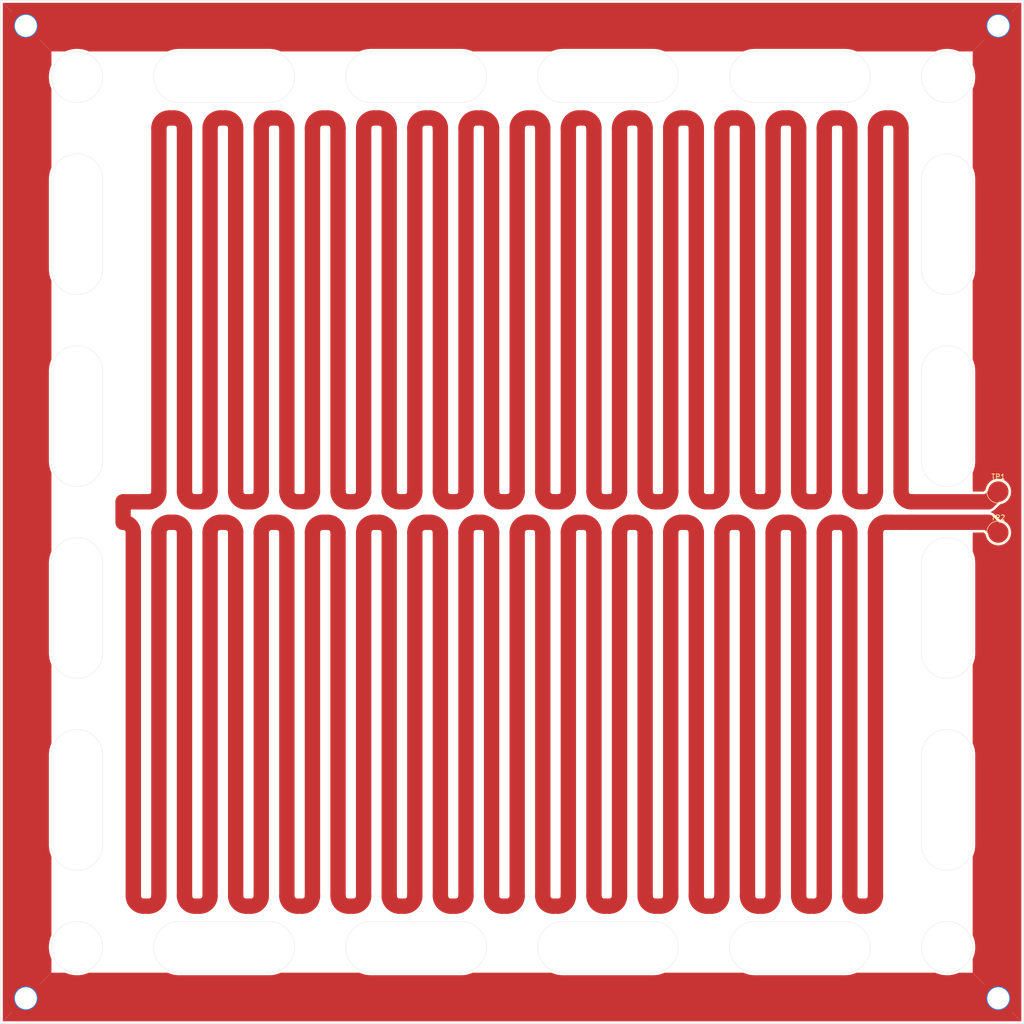
<source format=kicad_pcb>
(kicad_pcb (version 20241229) (generator "pcbnew") (generator_version "9.0")
  (layers (0 "F.Cu" signal) (2 "B.Cu" signal) (13 "F.Paste" user) (15 "B.Paste" user) (5 "F.SilkS" user "F.Silkscreen") (7 "B.SilkS" user "B.Silkscreen") (1 "F.Mask" user) (3 "B.Mask" user) (25 "Edge.Cuts" user))
  (net 0 "")
  (net 1 "+20V")
  (footprint "MountingHole:MountingHole_4.3mm_M4_DIN965_Pad_TopOnly" (layer "F.Cu") (at 295 235)
    (property "Reference" "REF**" (hide yes))
    (property "Value" "MountingHole_4.3mm_M4_DIN965_Pad_TopOnly" (hide yes))
    (pad "1" thru_hole circle (at 0 0) (size 4.7 4.7) (drill 4.3) (layers "*.Cu" "*.Mask"))
    (pad "1" connect circle (at 0 0) (size 7.5 7.5) (layers "F.Cu" "F.Mask"))
  )
  (footprint "MountingHole:MountingHole_4.3mm_M4_DIN965_Pad_TopOnly" (layer "F.Cu") (at 105 45)
    (property "Reference" "REF**" (hide yes))
    (property "Value" "MountingHole_4.3mm_M4_DIN965_Pad_TopOnly" (hide yes))
    (pad "1" thru_hole circle (at 0 0) (size 4.7 4.7) (drill 4.3) (layers "*.Cu" "*.Mask"))
    (pad "1" connect circle (at 0 0) (size 7.5 7.5) (layers "F.Cu" "F.Mask"))
  )
  (footprint "MountingHole:MountingHole_4.3mm_M4_DIN965_Pad_TopOnly" (layer "F.Cu") (at 295 45)
    (property "Reference" "REF**" (hide yes))
    (property "Value" "MountingHole_4.3mm_M4_DIN965_Pad_TopOnly" (hide yes))
    (pad "1" thru_hole circle (at 0 0) (size 4.7 4.7) (drill 4.3) (layers "*.Cu" "*.Mask"))
    (pad "1" connect circle (at 0 0) (size 7.5 7.5) (layers "F.Cu" "F.Mask"))
  )
  (footprint "TestPoint:TestPoint_Pad_D4.0mm" (layer "F.Cu") (at 295 136)
    (property "Reference" "TP1" (at 0 -2.898 0) (layer "F.SilkS"))
    (property "Value" "TestPoint")
    (fp_circle (center 0 0) (end 0 2.25) (stroke (width 0.12)) (fill no) (layer "F.SilkS"))
    (pad "1" smd circle (at 0 0) (size 4 4) (layers "F.Cu" "F.Mask") (net 1 "+20V"))
  )
  (footprint "TestPoint:TestPoint_Pad_D4.0mm" (layer "F.Cu") (at 295 144)
    (property "Reference" "TP2" (at 0 -2.898 0) (layer "F.SilkS"))
    (property "Value" "TestPoint")
    (fp_circle (center 0 0) (end 0 2.25) (stroke (width 0.12)) (fill no) (layer "F.SilkS"))
    (pad "1" smd circle (at 0 0) (size 4 4) (layers "F.Cu" "F.Mask") (net 1 "+20V"))
  )
  (footprint "MountingHole:MountingHole_4.3mm_M4_DIN965_Pad_TopOnly" (layer "F.Cu") (at 105 235)
    (property "Reference" "REF**" (hide yes))
    (property "Value" "MountingHole_4.3mm_M4_DIN965_Pad_TopOnly" (hide yes))
    (pad "1" thru_hole circle (at 0 0) (size 4.7 4.7) (drill 4.3) (layers "*.Cu" "*.Mask"))
    (pad "1" connect circle (at 0 0) (size 7.5 7.5) (layers "F.Cu" "F.Mask"))
  )
  (gr_line (start 247.5 230) (end 265 230) (stroke (width 0.05)) (layer "Edge.Cuts"))
  (gr_arc (start 190 50) (mid 195 55) (end 190 60) (stroke (width 0.05)) (layer "Edge.Cuts"))
  (gr_arc (start 152.5 50) (mid 157.5 55) (end 152.5 60) (stroke (width 0.05)) (layer "Edge.Cuts"))
  (gr_arc (start 152.5 220) (mid 157.5 225) (end 152.5 230) (stroke (width 0.05)) (layer "Edge.Cuts"))
  (gr_line (start 280 205) (end 280 187.5) (stroke (width 0.05)) (layer "Edge.Cuts"))
  (gr_line (start 120 75) (end 120 92.5) (stroke (width 0.05)) (layer "Edge.Cuts"))
  (gr_arc (start 210 60) (mid 205 55) (end 210 50) (stroke (width 0.05)) (layer "Edge.Cuts"))
  (gr_line (start 120 187.5) (end 120 205) (stroke (width 0.05)) (layer "Edge.Cuts"))
  (gr_line (start 190 50) (end 172.5 50) (stroke (width 0.05)) (layer "Edge.Cuts"))
  (gr_arc (start 280 112.5) (mid 285 107.5) (end 290 112.5) (stroke (width 0.05)) (layer "Edge.Cuts"))
  (gr_arc (start 227.5 50) (mid 232.5 55) (end 227.5 60) (stroke (width 0.05)) (layer "Edge.Cuts"))
  (gr_arc (start 120 167.5) (mid 115 172.5) (end 110 167.5) (stroke (width 0.05)) (layer "Edge.Cuts"))
  (gr_arc (start 120 92.5) (mid 115 97.5) (end 110 92.5) (stroke (width 0.05)) (layer "Edge.Cuts"))
  (gr_arc (start 265 50) (mid 270 55) (end 265 60) (stroke (width 0.05)) (layer "Edge.Cuts"))
  (gr_line (start 280 130) (end 280 112.5) (stroke (width 0.05)) (layer "Edge.Cuts"))
  (gr_arc (start 227.5 220) (mid 232.5 225) (end 227.5 230) (stroke (width 0.05)) (layer "Edge.Cuts"))
  (gr_arc (start 172.5 60) (mid 167.5 55) (end 172.5 50) (stroke (width 0.05)) (layer "Edge.Cuts"))
  (gr_arc (start 265 220) (mid 270 225) (end 265 230) (stroke (width 0.05)) (layer "Edge.Cuts"))
  (gr_line (start 110 187.5) (end 110 205) (stroke (width 0.05)) (layer "Edge.Cuts"))
  (gr_line (start 290 130) (end 290 112.5) (stroke (width 0.05)) (layer "Edge.Cuts"))
  (gr_line (start 265 50) (end 247.5 50) (stroke (width 0.05)) (layer "Edge.Cuts"))
  (gr_line (start 290 92.5) (end 290 75) (stroke (width 0.05)) (layer "Edge.Cuts"))
  (gr_line (start 152.5 50) (end 135 50) (stroke (width 0.05)) (layer "Edge.Cuts"))
  (gr_line (start 190 60) (end 172.5 60) (stroke (width 0.05)) (layer "Edge.Cuts"))
  (gr_arc (start 247.5 60) (mid 242.5 55) (end 247.5 50) (stroke (width 0.05)) (layer "Edge.Cuts"))
  (gr_arc (start 290 167.5) (mid 285 172.5) (end 280 167.5) (stroke (width 0.05)) (layer "Edge.Cuts"))
  (gr_circle (center 115 225) (end 110 225) (stroke (width 0.05)) (fill no) (layer "Edge.Cuts"))
  (gr_line (start 110 150) (end 110 167.5) (stroke (width 0.05)) (layer "Edge.Cuts"))
  (gr_circle (center 115 55) (end 110 55) (stroke (width 0.05)) (fill no) (layer "Edge.Cuts"))
  (gr_line (start 227.5 60) (end 210 60) (stroke (width 0.05)) (layer "Edge.Cuts"))
  (gr_circle (center 285 225) (end 280 225) (stroke (width 0.05)) (fill no) (layer "Edge.Cuts"))
  (gr_line (start 152.5 60) (end 135 60) (stroke (width 0.05)) (layer "Edge.Cuts"))
  (gr_arc (start 172.5 230) (mid 167.5 225) (end 172.5 220) (stroke (width 0.05)) (layer "Edge.Cuts"))
  (gr_line (start 172.5 220) (end 190 220) (stroke (width 0.05)) (layer "Edge.Cuts"))
  (gr_line (start 120 150) (end 120 167.5) (stroke (width 0.05)) (layer "Edge.Cuts"))
  (gr_line (start 135 220) (end 152.5 220) (stroke (width 0.05)) (layer "Edge.Cuts"))
  (gr_line (start 247.5 220) (end 265 220) (stroke (width 0.05)) (layer "Edge.Cuts"))
  (gr_line (start 280 167.5) (end 280 150) (stroke (width 0.05)) (layer "Edge.Cuts"))
  (gr_circle (center 285 55) (end 280 55) (stroke (width 0.05)) (fill no) (layer "Edge.Cuts"))
  (gr_arc (start 280 187.5) (mid 285 182.5) (end 290 187.5) (stroke (width 0.05)) (layer "Edge.Cuts"))
  (gr_arc (start 290 92.5) (mid 285 97.5) (end 280 92.5) (stroke (width 0.05)) (layer "Edge.Cuts"))
  (gr_line (start 135 230) (end 152.5 230) (stroke (width 0.05)) (layer "Edge.Cuts"))
  (gr_arc (start 190 220) (mid 195 225) (end 190 230) (stroke (width 0.05)) (layer "Edge.Cuts"))
  (gr_line (start 265 60) (end 247.5 60) (stroke (width 0.05)) (layer "Edge.Cuts"))
  (gr_arc (start 135 60) (mid 130 55) (end 135 50) (stroke (width 0.05)) (layer "Edge.Cuts"))
  (gr_arc (start 110 187.5) (mid 115 182.5) (end 120 187.5) (stroke (width 0.05)) (layer "Edge.Cuts"))
  (gr_arc (start 110 75) (mid 115 70) (end 120 75) (stroke (width 0.05)) (layer "Edge.Cuts"))
  (gr_line (start 110 92.5) (end 110 75) (stroke (width 0.05)) (layer "Edge.Cuts"))
  (gr_arc (start 110 150) (mid 115 145) (end 120 150) (stroke (width 0.05)) (layer "Edge.Cuts"))
  (gr_line (start 227.5 50) (end 210 50) (stroke (width 0.05)) (layer "Edge.Cuts"))
  (gr_arc (start 120 205) (mid 115 210) (end 110 205) (stroke (width 0.05)) (layer "Edge.Cuts"))
  (gr_arc (start 290 130) (mid 285 135) (end 280 130) (stroke (width 0.05)) (layer "Edge.Cuts"))
  (gr_arc (start 135 230) (mid 130 225) (end 135 220) (stroke (width 0.05)) (layer "Edge.Cuts"))
  (gr_rect (start 100 40) (end 300 240) (stroke (width 0.05)) (fill no) (layer "Edge.Cuts"))
  (gr_line (start 210 230) (end 227.5 230) (stroke (width 0.05)) (layer "Edge.Cuts"))
  (gr_arc (start 290 205) (mid 285 210) (end 280 205) (stroke (width 0.05)) (layer "Edge.Cuts"))
  (gr_arc (start 280 75) (mid 285 70) (end 290 75) (stroke (width 0.05)) (layer "Edge.Cuts"))
  (gr_line (start 172.5 230) (end 190 230) (stroke (width 0.05)) (layer "Edge.Cuts"))
  (gr_line (start 290 167.5) (end 290 150) (stroke (width 0.05)) (layer "Edge.Cuts"))
  (gr_line (start 280 92.5) (end 280 75) (stroke (width 0.05)) (layer "Edge.Cuts"))
  (gr_line (start 210 220) (end 227.5 220) (stroke (width 0.05)) (layer "Edge.Cuts"))
  (gr_arc (start 280 150) (mid 285 145) (end 290 150) (stroke (width 0.05)) (layer "Edge.Cuts"))
  (gr_arc (start 120 130) (mid 115 135) (end 110 130) (stroke (width 0.05)) (layer "Edge.Cuts"))
  (gr_arc (start 210 230) (mid 205 225) (end 210 220) (stroke (width 0.05)) (layer "Edge.Cuts"))
  (gr_arc (start 247.5 230) (mid 242.5 225) (end 247.5 220) (stroke (width 0.05)) (layer "Edge.Cuts"))
  (gr_line (start 110 112.5) (end 110 130) (stroke (width 0.05)) (layer "Edge.Cuts"))
  (gr_line (start 290 205) (end 290 187.5) (stroke (width 0.05)) (layer "Edge.Cuts"))
  (gr_arc (start 110 112.5) (mid 115 107.5) (end 120 112.5) (stroke (width 0.05)) (layer "Edge.Cuts"))
  (gr_line (start 120 112.5) (end 120 130) (stroke (width 0.05)) (layer "Edge.Cuts"))
  (segment (start 208 217) (end 209 217) (width 3) (layer "F.Cu") (net 1))
  (segment (start 131 215) (end 131 144) (width 3) (layer "F.Cu") (net 1))
  (segment (start 201 65) (end 201 136) (width 3) (layer "F.Cu") (net 1))
  (segment (start 264 63) (end 263 63) (width 3) (layer "F.Cu") (net 1))
  (segment (start 139 138) (end 138 138) (width 3) (layer "F.Cu") (net 1))
  (segment (start 164 63) (end 163 63) (width 3) (layer "F.Cu") (net 1))
  (segment (start 236 144) (end 236 215) (width 3) (layer "F.Cu") (net 1))
  (segment (start 141 65) (end 141 136) (width 3) (layer "F.Cu") (net 1))
  (segment (start 226 144) (end 226 215) (width 3) (layer "F.Cu") (net 1))
  (segment (start 271 215) (end 271 144) (width 3) (layer "F.Cu") (net 1))
  (segment (start 246 144) (end 246 215) (width 3) (layer "F.Cu") (net 1))
  (segment (start 191 65) (end 191 136) (width 3) (layer "F.Cu") (net 1))
  (segment (start 256 136) (end 256 65) (width 3) (layer "F.Cu") (net 1))
  (segment (start 256 144) (end 256 215) (width 3) (layer "F.Cu") (net 1))
  (segment (start 149 138) (end 148 138) (width 3) (layer "F.Cu") (net 1))
  (segment (start 198 217) (end 199 217) (width 3) (layer "F.Cu") (net 1))
  (segment (start 216 144) (end 216 215) (width 3) (layer "F.Cu") (net 1))
  (segment (start 154 63) (end 153 63) (width 3) (layer "F.Cu") (net 1))
  (segment (start 266 136) (end 266 65) (width 3) (layer "F.Cu") (net 1))
  (segment (start 251 65) (end 251 136) (width 3) (layer "F.Cu") (net 1))
  (segment (start 268 217) (end 269 217) (width 3) (layer "F.Cu") (net 1))
  (segment (start 158 217) (end 159 217) (width 3) (layer "F.Cu") (net 1))
  (segment (start 148 217) (end 149 217) (width 3) (layer "F.Cu") (net 1))
  (segment (start 134 63) (end 133 63) (width 3) (layer "F.Cu") (net 1))
  (segment (start 128 217) (end 129 217) (width 3) (layer "F.Cu") (net 1))
  (segment (start 124 138) (end 124 142) (width 3) (layer "F.Cu") (net 1))
  (segment (start 231 215) (end 231 144) (width 3) (layer "F.Cu") (net 1))
  (segment (start 274 63) (end 273 63) (width 3) (layer "F.Cu") (net 1))
  (segment (start 129 138) (end 128 138) (width 3) (layer "F.Cu") (net 1))
  (segment (start 193 142) (end 194 142) (width 3) (layer "F.Cu") (net 1))
  (segment (start 168 217) (end 169 217) (width 3) (layer "F.Cu") (net 1))
  (segment (start 181 65) (end 181 136) (width 3) (layer "F.Cu") (net 1))
  (segment (start 295 136) (end 293 138) (width 3) (layer "F.Cu") (net 1))
  (segment (start 213 142) (end 214 142) (width 3) (layer "F.Cu") (net 1))
  (segment (start 183 142) (end 184 142) (width 3) (layer "F.Cu") (net 1))
  (segment (start 184 63) (end 183 63) (width 3) (layer "F.Cu") (net 1))
  (segment (start 214 63) (end 213 63) (width 3) (layer "F.Cu") (net 1))
  (segment (start 229 138) (end 228 138) (width 3) (layer "F.Cu") (net 1))
  (segment (start 181 215) (end 181 144) (width 3) (layer "F.Cu") (net 1))
  (segment (start 226 136) (end 226 65) (width 3) (layer "F.Cu") (net 1))
  (segment (start 206 136) (end 206 65) (width 3) (layer "F.Cu") (net 1))
  (segment (start 211 65) (end 211 136) (width 3) (layer "F.Cu") (net 1))
  (segment (start 224 63) (end 223 63) (width 3) (layer "F.Cu") (net 1))
  (segment (start 234 63) (end 233 63) (width 3) (layer "F.Cu") (net 1))
  (segment (start 293 138) (end 278 138) (width 3) (layer "F.Cu") (net 1))
  (segment (start 161 65) (end 161 136) (width 3) (layer "F.Cu") (net 1))
  (segment (start 218 217) (end 219 217) (width 3) (layer "F.Cu") (net 1))
  (segment (start 201 215) (end 201 144) (width 3) (layer "F.Cu") (net 1))
  (segment (start 136 144) (end 136 215) (width 3) (layer "F.Cu") (net 1))
  (segment (start 194 63) (end 193 63) (width 3) (layer "F.Cu") (net 1))
  (segment (start 271 65) (end 271 136) (width 3) (layer "F.Cu") (net 1))
  (segment (start 274 142) (end 278 142) (width 3) (layer "F.Cu") (net 1))
  (segment (start 169 138) (end 168 138) (width 3) (layer "F.Cu") (net 1))
  (segment (start 171 65) (end 171 136) (width 3) (layer "F.Cu") (net 1))
  (segment (start 143 142) (end 144 142) (width 3) (layer "F.Cu") (net 1))
  (segment (start 254 63) (end 253 63) (width 3) (layer "F.Cu") (net 1))
  (segment (start 238 217) (end 239 217) (width 3) (layer "F.Cu") (net 1))
  (segment (start 171 215) (end 171 144) (width 3) (layer "F.Cu") (net 1))
  (segment (start 263 142) (end 264 142) (width 3) (layer "F.Cu") (net 1))
  (segment (start 199 138) (end 198 138) (width 3) (layer "F.Cu") (net 1))
  (segment (start 131 65) (end 131 136) (width 3) (layer "F.Cu") (net 1))
  (segment (start 223 142) (end 224 142) (width 3) (layer "F.Cu") (net 1))
  (segment (start 249 138) (end 248 138) (width 3) (layer "F.Cu") (net 1))
  (segment (start 178 217) (end 179 217) (width 3) (layer "F.Cu") (net 1))
  (segment (start 151 65) (end 151 136) (width 3) (layer "F.Cu") (net 1))
  (segment (start 261 215) (end 261 144) (width 3) (layer "F.Cu") (net 1))
  (segment (start 176 136) (end 176 65) (width 3) (layer "F.Cu") (net 1))
  (segment (start 151 215) (end 151 144) (width 3) (layer "F.Cu") (net 1))
  (segment (start 163 142) (end 164 142) (width 3) (layer "F.Cu") (net 1))
  (segment (start 186 144) (end 186 215) (width 3) (layer "F.Cu") (net 1))
  (segment (start 176 144) (end 176 215) (width 3) (layer "F.Cu") (net 1))
  (segment (start 273 142) (end 274 142) (width 3) (layer "F.Cu") (net 1))
  (segment (start 203 142) (end 204 142) (width 3) (layer "F.Cu") (net 1))
  (segment (start 206 144) (end 206 215) (width 3) (layer "F.Cu") (net 1))
  (segment (start 173 142) (end 174 142) (width 3) (layer "F.Cu") (net 1))
  (segment (start 211 215) (end 211 144) (width 3) (layer "F.Cu") (net 1))
  (segment (start 236 136) (end 236 65) (width 3) (layer "F.Cu") (net 1))
  (segment (start 136 136) (end 136 65) (width 3) (layer "F.Cu") (net 1))
  (segment (start 196 144) (end 196 215) (width 3) (layer "F.Cu") (net 1))
  (segment (start 216 136) (end 216 65) (width 3) (layer "F.Cu") (net 1))
  (segment (start 161 215) (end 161 144) (width 3) (layer "F.Cu") (net 1))
  (segment (start 233 142) (end 234 142) (width 3) (layer "F.Cu") (net 1))
  (segment (start 144 63) (end 143 63) (width 3) (layer "F.Cu") (net 1))
  (segment (start 138 217) (end 139 217) (width 3) (layer "F.Cu") (net 1))
  (segment (start 244 63) (end 243 63) (width 3) (layer "F.Cu") (net 1))
  (segment (start 174 63) (end 173 63) (width 3) (layer "F.Cu") (net 1))
  (segment (start 128 138) (end 124 138) (width 3) (layer "F.Cu") (net 1))
  (segment (start 179 138) (end 178 138) (width 3) (layer "F.Cu") (net 1))
  (segment (start 204 63) (end 203 63) (width 3) (layer "F.Cu") (net 1))
  (segment (start 189 138) (end 188 138) (width 3) (layer "F.Cu") (net 1))
  (segment (start 188 217) (end 189 217) (width 3) (layer "F.Cu") (net 1))
  (segment (start 196 136) (end 196 65) (width 3) (layer "F.Cu") (net 1))
  (segment (start 293 142) (end 295 144) (width 3) (layer "F.Cu") (net 1))
  (segment (start 156 144) (end 156 215) (width 3) (layer "F.Cu") (net 1))
  (segment (start 243 142) (end 244 142) (width 3) (layer "F.Cu") (net 1))
  (segment (start 248 217) (end 249 217) (width 3) (layer "F.Cu") (net 1))
  (segment (start 276 136) (end 276 65) (width 3) (layer "F.Cu") (net 1))
  (segment (start 133 142) (end 134 142) (width 3) (layer "F.Cu") (net 1))
  (segment (start 166 136) (end 166 65) (width 3) (layer "F.Cu") (net 1))
  (segment (start 266 144) (end 266 215) (width 3) (layer "F.Cu") (net 1))
  (segment (start 186 136) (end 186 65) (width 3) (layer "F.Cu") (net 1))
  (segment (start 156 136) (end 156 65) (width 3) (layer "F.Cu") (net 1))
  (segment (start 159 138) (end 158 138) (width 3) (layer "F.Cu") (net 1))
  (segment (start 166 144) (end 166 215) (width 3) (layer "F.Cu") (net 1))
  (segment (start 221 65) (end 221 136) (width 3) (layer "F.Cu") (net 1))
  (segment (start 239 138) (end 238 138) (width 3) (layer "F.Cu") (net 1))
  (segment (start 146 136) (end 146 65) (width 3) (layer "F.Cu") (net 1))
  (segment (start 228 217) (end 229 217) (width 3) (layer "F.Cu") (net 1))
  (segment (start 258 217) (end 259 217) (width 3) (layer "F.Cu") (net 1))
  (segment (start 251 215) (end 251 144) (width 3) (layer "F.Cu") (net 1))
  (segment (start 241 65) (end 241 136) (width 3) (layer "F.Cu") (net 1))
  (segment (start 221 215) (end 221 144) (width 3) (layer "F.Cu") (net 1))
  (segment (start 259 138) (end 258 138) (width 3) (layer "F.Cu") (net 1))
  (segment (start 231 65) (end 231 136) (width 3) (layer "F.Cu") (net 1))
  (segment (start 141 215) (end 141 144) (width 3) (layer "F.Cu") (net 1))
  (segment (start 253 142) (end 254 142) (width 3) (layer "F.Cu") (net 1))
  (segment (start 219 138) (end 218 138) (width 3) (layer "F.Cu") (net 1))
  (segment (start 146 144) (end 146 215) (width 3) (layer "F.Cu") (net 1))
  (segment (start 191 215) (end 191 144) (width 3) (layer "F.Cu") (net 1))
  (segment (start 209 138) (end 208 138) (width 3) (layer "F.Cu") (net 1))
  (segment (start 241 215) (end 241 144) (width 3) (layer "F.Cu") (net 1))
  (segment (start 261 65) (end 261 136) (width 3) (layer "F.Cu") (net 1))
  (segment (start 246 136) (end 246 65) (width 3) (layer "F.Cu") (net 1))
  (segment (start 278 142) (end 293 142) (width 3) (layer "F.Cu") (net 1))
  (segment (start 269 138) (end 268 138) (width 3) (layer "F.Cu") (net 1))
  (segment (start 126 144) (end 126 215) (width 3) (layer "F.Cu") (net 1))
  (segment (start 153 142) (end 154 142) (width 3) (layer "F.Cu") (net 1))
  (arc (start 256 65) (mid 255.414214 63.585786) (end 254 63) (width 3) (layer "F.Cu") (net 1))
  (arc (start 133 63) (mid 131.585786 63.585786) (end 131 65) (width 3) (layer "F.Cu") (net 1))
  (arc (start 231 136) (mid 230.414214 137.414214) (end 229 138) (width 3) (layer "F.Cu") (net 1))
  (arc (start 226 65) (mid 225.414214 63.585786) (end 224 63) (width 3) (layer "F.Cu") (net 1))
  (arc (start 201 136) (mid 200.414214 137.414214) (end 199 138) (width 3) (layer "F.Cu") (net 1))
  (arc (start 193 63) (mid 191.585786 63.585786) (end 191 65) (width 3) (layer "F.Cu") (net 1))
  (arc (start 166 65) (mid 165.414214 63.585786) (end 164 63) (width 3) (layer "F.Cu") (net 1))
  (arc (start 186 215) (mid 186.585786 216.414214) (end 188 217) (width 3) (layer "F.Cu") (net 1))
  (arc (start 266 65) (mid 265.414214 63.585786) (end 264 63) (width 3) (layer "F.Cu") (net 1))
  (arc (start 219 217) (mid 220.414214 216.414214) (end 221 215) (width 3) (layer "F.Cu") (net 1))
  (arc (start 258 138) (mid 256.585786 137.414214) (end 256 136) (width 3) (layer "F.Cu") (net 1))
  (arc (start 126 215) (mid 126.585786 216.414214) (end 128 217) (width 3) (layer "F.Cu") (net 1))
  (arc (start 196 215) (mid 196.585786 216.414214) (end 198 217) (width 3) (layer "F.Cu") (net 1))
  (arc (start 268 138) (mid 266.585786 137.414214) (end 266 136) (width 3) (layer "F.Cu") (net 1))
  (arc (start 211 136) (mid 210.414214 137.414214) (end 209 138) (width 3) (layer "F.Cu") (net 1))
  (arc (start 201 144) (mid 201.585786 142.585786) (end 203 142) (width 3) (layer "F.Cu") (net 1))
  (arc (start 124 142) (mid 125.414214 142.585786) (end 126 144) (width 3) (layer "F.Cu") (net 1))
  (arc (start 169 217) (mid 170.414214 216.414214) (end 171 215) (width 3) (layer "F.Cu") (net 1))
  (arc (start 271 136) (mid 270.414214 137.414214) (end 269 138) (width 3) (layer "F.Cu") (net 1))
  (arc (start 233 63) (mid 231.585786 63.585786) (end 231 65) (width 3) (layer "F.Cu") (net 1))
  (arc (start 216 215) (mid 216.585786 216.414214) (end 218 217) (width 3) (layer "F.Cu") (net 1))
  (arc (start 166 215) (mid 166.585786 216.414214) (end 168 217) (width 3) (layer "F.Cu") (net 1))
  (arc (start 206 215) (mid 206.585786 216.414214) (end 208 217) (width 3) (layer "F.Cu") (net 1))
  (arc (start 278 138) (mid 276.585786 137.414214) (end 276 136) (width 3) (layer "F.Cu") (net 1))
  (arc (start 156 215) (mid 156.585786 216.414214) (end 158 217) (width 3) (layer "F.Cu") (net 1))
  (arc (start 179 217) (mid 180.414214 216.414214) (end 181 215) (width 3) (layer "F.Cu") (net 1))
  (arc (start 171 136) (mid 170.414214 137.414214) (end 169 138) (width 3) (layer "F.Cu") (net 1))
  (arc (start 181 136) (mid 180.414214 137.414214) (end 179 138) (width 3) (layer "F.Cu") (net 1))
  (arc (start 256 215) (mid 256.585786 216.414214) (end 258 217) (width 3) (layer "F.Cu") (net 1))
  (arc (start 153 63) (mid 151.585786 63.585786) (end 151 65) (width 3) (layer "F.Cu") (net 1))
  (arc (start 146 65) (mid 145.414214 63.585786) (end 144 63) (width 3) (layer "F.Cu") (net 1))
  (arc (start 178 138) (mid 176.585786 137.414214) (end 176 136) (width 3) (layer "F.Cu") (net 1))
  (arc (start 234 142) (mid 235.414214 142.585786) (end 236 144) (width 3) (layer "F.Cu") (net 1))
  (arc (start 158 138) (mid 156.585786 137.414214) (end 156 136) (width 3) (layer "F.Cu") (net 1))
  (arc (start 149 217) (mid 150.414214 216.414214) (end 151 215) (width 3) (layer "F.Cu") (net 1))
  (arc (start 154 142) (mid 155.414214 142.585786) (end 156 144) (width 3) (layer "F.Cu") (net 1))
  (arc (start 241 136) (mid 240.414214 137.414214) (end 239 138) (width 3) (layer "F.Cu") (net 1))
  (arc (start 139 217) (mid 140.414214 216.414214) (end 141 215) (width 3) (layer "F.Cu") (net 1))
  (arc (start 171 144) (mid 171.585786 142.585786) (end 173 142) (width 3) (layer "F.Cu") (net 1))
  (arc (start 246 215) (mid 246.585786 216.414214) (end 248 217) (width 3) (layer "F.Cu") (net 1))
  (arc (start 238 138) (mid 236.585786 137.414214) (end 236 136) (width 3) (layer "F.Cu") (net 1))
  (arc (start 194 142) (mid 195.414214 142.585786) (end 196 144) (width 3) (layer "F.Cu") (net 1))
  (arc (start 188 138) (mid 186.585786 137.414214) (end 186 136) (width 3) (layer "F.Cu") (net 1))
  (arc (start 253 63) (mid 251.585786 63.585786) (end 251 65) (width 3) (layer "F.Cu") (net 1))
  (arc (start 273 63) (mid 271.585786 63.585786) (end 271 65) (width 3) (layer "F.Cu") (net 1))
  (arc (start 184 142) (mid 185.414214 142.585786) (end 186 144) (width 3) (layer "F.Cu") (net 1))
  (arc (start 151 144) (mid 151.585786 142.585786) (end 153 142) (width 3) (layer "F.Cu") (net 1))
  (arc (start 244 142) (mid 245.414214 142.585786) (end 246 144) (width 3) (layer "F.Cu") (net 1))
  (arc (start 214 142) (mid 215.414214 142.585786) (end 216 144) (width 3) (layer "F.Cu") (net 1))
  (arc (start 141 136) (mid 140.414214 137.414214) (end 139 138) (width 3) (layer "F.Cu") (net 1))
  (arc (start 229 217) (mid 230.414214 216.414214) (end 231 215) (width 3) (layer "F.Cu") (net 1))
  (arc (start 174 142) (mid 175.414214 142.585786) (end 176 144) (width 3) (layer "F.Cu") (net 1))
  (arc (start 136 215) (mid 136.585786 216.414214) (end 138 217) (width 3) (layer "F.Cu") (net 1))
  (arc (start 164 142) (mid 165.414214 142.585786) (end 166 144) (width 3) (layer "F.Cu") (net 1))
  (arc (start 191 144) (mid 191.585786 142.585786) (end 193 142) (width 3) (layer "F.Cu") (net 1))
  (arc (start 136 65) (mid 135.414214 63.585786) (end 134 63) (width 3) (layer "F.Cu") (net 1))
  (arc (start 263 63) (mid 261.585786 63.585786) (end 261 65) (width 3) (layer "F.Cu") (net 1))
  (arc (start 148 138) (mid 146.585786 137.414214) (end 146 136) (width 3) (layer "F.Cu") (net 1))
  (arc (start 183 63) (mid 181.585786 63.585786) (end 181 65) (width 3) (layer "F.Cu") (net 1))
  (arc (start 159 217) (mid 160.414214 216.414214) (end 161 215) (width 3) (layer "F.Cu") (net 1))
  (arc (start 218 138) (mid 216.585786 137.414214) (end 216 136) (width 3) (layer "F.Cu") (net 1))
  (arc (start 239 217) (mid 240.414214 216.414214) (end 241 215) (width 3) (layer "F.Cu") (net 1))
  (arc (start 161 144) (mid 161.585786 142.585786) (end 163 142) (width 3) (layer "F.Cu") (net 1))
  (arc (start 221 144) (mid 221.585786 142.585786) (end 223 142) (width 3) (layer "F.Cu") (net 1))
  (arc (start 261 136) (mid 260.414214 137.414214) (end 259 138) (width 3) (layer "F.Cu") (net 1))
  (arc (start 248 138) (mid 246.585786 137.414214) (end 246 136) (width 3) (layer "F.Cu") (net 1))
  (arc (start 163 63) (mid 161.585786 63.585786) (end 161 65) (width 3) (layer "F.Cu") (net 1))
  (arc (start 221 136) (mid 220.414214 137.414214) (end 219 138) (width 3) (layer "F.Cu") (net 1))
  (arc (start 269 217) (mid 270.414214 216.414214) (end 271 215) (width 3) (layer "F.Cu") (net 1))
  (arc (start 249 217) (mid 250.414214 216.414214) (end 251 215) (width 3) (layer "F.Cu") (net 1))
  (arc (start 211 144) (mid 211.585786 142.585786) (end 213 142) (width 3) (layer "F.Cu") (net 1))
  (arc (start 198 138) (mid 196.585786 137.414214) (end 196 136) (width 3) (layer "F.Cu") (net 1))
  (arc (start 143 63) (mid 141.585786 63.585786) (end 141 65) (width 3) (layer "F.Cu") (net 1))
  (arc (start 226 215) (mid 226.585786 216.414214) (end 228 217) (width 3) (layer "F.Cu") (net 1))
  (arc (start 141 144) (mid 141.585786 142.585786) (end 143 142) (width 3) (layer "F.Cu") (net 1))
  (arc (start 213 63) (mid 211.585786 63.585786) (end 211 65) (width 3) (layer "F.Cu") (net 1))
  (arc (start 243 63) (mid 241.585786 63.585786) (end 241 65) (width 3) (layer "F.Cu") (net 1))
  (arc (start 196 65) (mid 195.414214 63.585786) (end 194 63) (width 3) (layer "F.Cu") (net 1))
  (arc (start 223 63) (mid 221.585786 63.585786) (end 221 65) (width 3) (layer "F.Cu") (net 1))
  (arc (start 176 65) (mid 175.414214 63.585786) (end 174 63) (width 3) (layer "F.Cu") (net 1))
  (arc (start 266 215) (mid 266.585786 216.414214) (end 268 217) (width 3) (layer "F.Cu") (net 1))
  (arc (start 208 138) (mid 206.585786 137.414214) (end 206 136) (width 3) (layer "F.Cu") (net 1))
  (arc (start 134 142) (mid 135.414214 142.585786) (end 136 144) (width 3) (layer "F.Cu") (net 1))
  (arc (start 129 217) (mid 130.414214 216.414214) (end 131 215) (width 3) (layer "F.Cu") (net 1))
  (arc (start 259 217) (mid 260.414214 216.414214) (end 261 215) (width 3) (layer "F.Cu") (net 1))
  (arc (start 271 144) (mid 271.585786 142.585786) (end 273 142) (width 3) (layer "F.Cu") (net 1))
  (arc (start 189 217) (mid 190.414214 216.414214) (end 191 215) (width 3) (layer "F.Cu") (net 1))
  (arc (start 251 136) (mid 250.414214 137.414214) (end 249 138) (width 3) (layer "F.Cu") (net 1))
  (arc (start 254 142) (mid 255.414214 142.585786) (end 256 144) (width 3) (layer "F.Cu") (net 1))
  (arc (start 216 65) (mid 215.414214 63.585786) (end 214 63) (width 3) (layer "F.Cu") (net 1))
  (arc (start 206 65) (mid 205.414214 63.585786) (end 204 63) (width 3) (layer "F.Cu") (net 1))
  (arc (start 236 215) (mid 236.585786 216.414214) (end 238 217) (width 3) (layer "F.Cu") (net 1))
  (arc (start 199 217) (mid 200.414214 216.414214) (end 201 215) (width 3) (layer "F.Cu") (net 1))
  (arc (start 168 138) (mid 166.585786 137.414214) (end 166 136) (width 3) (layer "F.Cu") (net 1))
  (arc (start 156 65) (mid 155.414214 63.585786) (end 154 63) (width 3) (layer "F.Cu") (net 1))
  (arc (start 186 65) (mid 185.414214 63.585786) (end 184 63) (width 3) (layer "F.Cu") (net 1))
  (arc (start 131 136) (mid 130.414214 137.414214) (end 129 138) (width 3) (layer "F.Cu") (net 1))
  (arc (start 236 65) (mid 235.414214 63.585786) (end 234 63) (width 3) (layer "F.Cu") (net 1))
  (arc (start 261 144) (mid 261.585786 142.585786) (end 263 142) (width 3) (layer "F.Cu") (net 1))
  (arc (start 209 217) (mid 210.414214 216.414214) (end 211 215) (width 3) (layer "F.Cu") (net 1))
  (arc (start 181 144) (mid 181.585786 142.585786) (end 183 142) (width 3) (layer "F.Cu") (net 1))
  (arc (start 241 144) (mid 241.585786 142.585786) (end 243 142) (width 3) (layer "F.Cu") (net 1))
  (arc (start 276 65) (mid 275.414214 63.585786) (end 274 63) (width 3) (layer "F.Cu") (net 1))
  (arc (start 173 63) (mid 171.585786 63.585786) (end 171 65) (width 3) (layer "F.Cu") (net 1))
  (arc (start 151 136) (mid 150.414214 137.414214) (end 149 138) (width 3) (layer "F.Cu") (net 1))
  (arc (start 191 136) (mid 190.414214 137.414214) (end 189 138) (width 3) (layer "F.Cu") (net 1))
  (arc (start 231 144) (mid 231.585786 142.585786) (end 233 142) (width 3) (layer "F.Cu") (net 1))
  (arc (start 264 142) (mid 265.414214 142.585786) (end 266 144) (width 3) (layer "F.Cu") (net 1))
  (arc (start 138 138) (mid 136.585786 137.414214) (end 136 136) (width 3) (layer "F.Cu") (net 1))
  (arc (start 224 142) (mid 225.414214 142.585786) (end 226 144) (width 3) (layer "F.Cu") (net 1))
  (arc (start 176 215) (mid 176.585786 216.414214) (end 178 217) (width 3) (layer "F.Cu") (net 1))
  (arc (start 246 65) (mid 245.414214 63.585786) (end 244 63) (width 3) (layer "F.Cu") (net 1))
  (arc (start 204 142) (mid 205.414214 142.585786) (end 206 144) (width 3) (layer "F.Cu") (net 1))
  (arc (start 161 136) (mid 160.414214 137.414214) (end 159 138) (width 3) (layer "F.Cu") (net 1))
  (arc (start 144 142) (mid 145.414214 142.585786) (end 146 144) (width 3) (layer "F.Cu") (net 1))
  (arc (start 251 144) (mid 251.585786 142.585786) (end 253 142) (width 3) (layer "F.Cu") (net 1))
  (arc (start 146 215) (mid 146.585786 216.414214) (end 148 217) (width 3) (layer "F.Cu") (net 1))
  (arc (start 203 63) (mid 201.585786 63.585786) (end 201 65) (width 3) (layer "F.Cu") (net 1))
  (arc (start 228 138) (mid 226.585786 137.414214) (end 226 136) (width 3) (layer "F.Cu") (net 1))
  (arc (start 131 144) (mid 131.585786 142.585786) (end 133 142) (width 3) (layer "F.Cu") (net 1))
  (zone (net 0) (net_name "") (layer "F.Cu") (connect_pads yes (clearance 0.5)) (min_thickness 0.25) (fill yes (thermal_gap 0.5) (thermal_bridge_width 0.5) (island_removal_mode 1) (island_area_min 10))
    (polygon (pts (xy 100 40) (xy 110 50) (xy 290 50) (xy 300 40)))
  )
  (zone (net 0) (net_name "") (layer "F.Cu") (connect_pads yes (clearance 0.5)) (min_thickness 0.25) (fill yes (thermal_gap 0.5) (thermal_bridge_width 0.5) (island_removal_mode 1) (island_area_min 10))
    (polygon (pts (xy 100 240) (xy 110 230) (xy 290 230) (xy 300 240)))
  )
  (zone (net 0) (net_name "") (layer "F.Cu") (connect_pads yes (clearance 0.5)) (min_thickness 0.25) (fill yes (thermal_gap 0.5) (thermal_bridge_width 0.5) (island_removal_mode 1) (island_area_min 10))
    (polygon (pts (xy 100 240) (xy 110 230) (xy 110 50) (xy 100 40)))
  )
  (zone (net 0) (net_name "") (layer "F.Cu") (connect_pads yes (clearance 0.5)) (min_thickness 0.25) (fill yes (thermal_gap 0.5) (thermal_bridge_width 0.5) (island_removal_mode 1) (island_area_min 10))
    (polygon (pts (xy 300 240) (xy 290 230) (xy 290 50) (xy 300 40)))
  )
)
</source>
